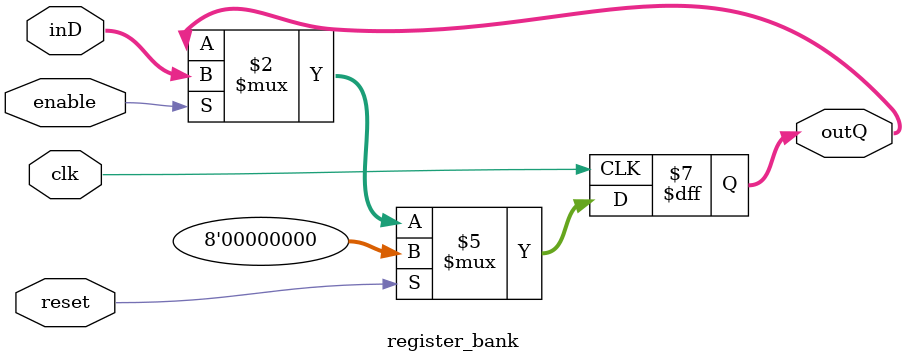
<source format=sv>
module register_bank #(
	parameter WIDTH = 8
)(
	input clk,
	input reset,
	input enable,
	input [WIDTH-1:0] inD,
	output reg [WIDTH-1:0] outQ
);
	always @(posedge clk) begin //flanco de subida del clk
		if (reset) begin    //comienza reset (activo)
			outQ <= 0;  //la salida del regbank es 0
		end else if (enable)
			outQ <= inD;
	end
endmodule 

</source>
